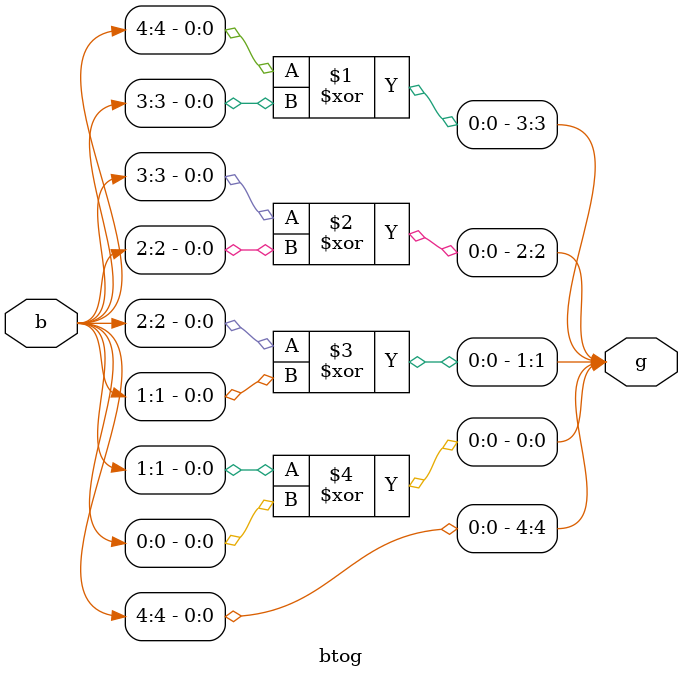
<source format=v>
module btog(
input [4:0]b,
output [4:0]g
);

assign g[4] = b[4];
genvar i;
generate
for (i=3 ; i>=0 ;i=i-1) begin
assign g[i] = b[i+1]^b[i];

end
endgenerate
endmodule

</source>
